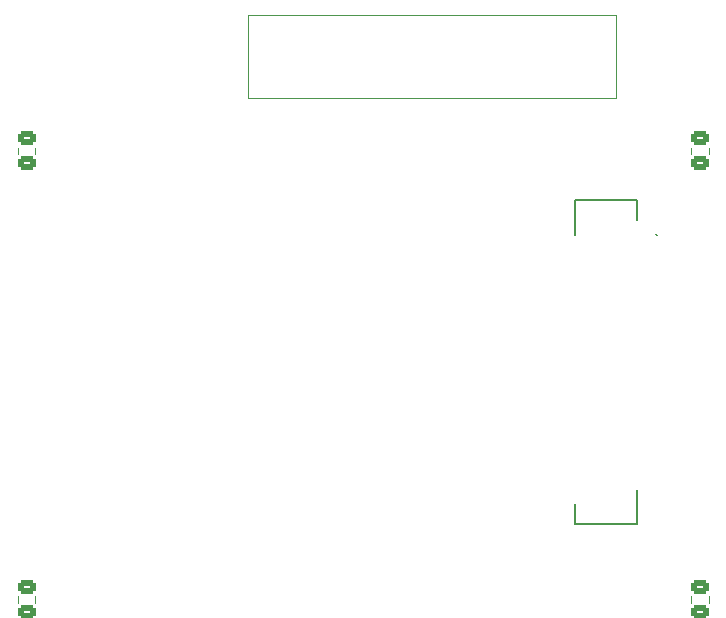
<source format=gto>
G04 #@! TF.GenerationSoftware,KiCad,Pcbnew,(6.0.11)*
G04 #@! TF.CreationDate,2024-01-03T02:28:53+00:00*
G04 #@! TF.ProjectId,Tait_TM8XXX_TNC_Adapter,54616974-5f54-44d3-9858-58585f544e43,rev?*
G04 #@! TF.SameCoordinates,Original*
G04 #@! TF.FileFunction,Legend,Top*
G04 #@! TF.FilePolarity,Positive*
%FSLAX46Y46*%
G04 Gerber Fmt 4.6, Leading zero omitted, Abs format (unit mm)*
G04 Created by KiCad (PCBNEW (6.0.11)) date 2024-01-03 02:28:53*
%MOMM*%
%LPD*%
G01*
G04 APERTURE LIST*
G04 Aperture macros list*
%AMRoundRect*
0 Rectangle with rounded corners*
0 $1 Rounding radius*
0 $2 $3 $4 $5 $6 $7 $8 $9 X,Y pos of 4 corners*
0 Add a 4 corners polygon primitive as box body*
4,1,4,$2,$3,$4,$5,$6,$7,$8,$9,$2,$3,0*
0 Add four circle primitives for the rounded corners*
1,1,$1+$1,$2,$3*
1,1,$1+$1,$4,$5*
1,1,$1+$1,$6,$7*
1,1,$1+$1,$8,$9*
0 Add four rect primitives between the rounded corners*
20,1,$1+$1,$2,$3,$4,$5,0*
20,1,$1+$1,$4,$5,$6,$7,0*
20,1,$1+$1,$6,$7,$8,$9,0*
20,1,$1+$1,$8,$9,$2,$3,0*%
G04 Aperture macros list end*
%ADD10C,0.120000*%
%ADD11C,0.200000*%
%ADD12C,0.100000*%
%ADD13C,1.400000*%
%ADD14C,5.000000*%
%ADD15C,1.100000*%
%ADD16C,6.400000*%
%ADD17RoundRect,0.250000X-0.475000X0.337500X-0.475000X-0.337500X0.475000X-0.337500X0.475000X0.337500X0*%
%ADD18RoundRect,0.250000X0.475000X-0.337500X0.475000X0.337500X-0.475000X0.337500X-0.475000X-0.337500X0*%
%ADD19C,1.300000*%
%ADD20R,3.000000X1.500000*%
G04 APERTURE END LIST*
D10*
X172616525Y-55206930D02*
X203806525Y-55206930D01*
X203806525Y-55206930D02*
X203806525Y-48156930D01*
X172616525Y-48156930D02*
X203806525Y-48156930D01*
X172616525Y-48156930D02*
X172616525Y-55206930D01*
X210141503Y-59386735D02*
X210141503Y-59909239D01*
X211611503Y-59386735D02*
X211611503Y-59909239D01*
X153141015Y-59386735D02*
X153141015Y-59909239D01*
X154611015Y-59386735D02*
X154611015Y-59909239D01*
X153141015Y-97908713D02*
X153141015Y-97386209D01*
X154611015Y-97908713D02*
X154611015Y-97386209D01*
X210141503Y-97908713D02*
X210141503Y-97386209D01*
X211611503Y-97908713D02*
X211611503Y-97386209D01*
D11*
X205527681Y-65559528D02*
X205527681Y-63859528D01*
X205527681Y-91259528D02*
X200327681Y-91259528D01*
D12*
X207127681Y-66764528D02*
X207127681Y-66764528D01*
D11*
X200327681Y-91259528D02*
X200327681Y-89559528D01*
X205527681Y-63859528D02*
X200327681Y-63859528D01*
X205527681Y-88354528D02*
X205527681Y-91259528D01*
D12*
X207227681Y-66759528D02*
X207227681Y-66759528D01*
D11*
X200327681Y-63859528D02*
X200327681Y-66759528D01*
D12*
X207127681Y-66764528D02*
G75*
G03*
X207227681Y-66759528I50000J2500D01*
G01*
X207227681Y-66759528D02*
G75*
G03*
X207127681Y-66764528I-50000J-2500D01*
G01*
%LPC*%
D13*
X180231525Y-51356930D03*
D14*
X175716525Y-51356930D03*
D13*
X196191525Y-51356930D03*
D14*
X200706525Y-51356930D03*
D15*
X193751525Y-50156930D03*
X190981525Y-50156930D03*
X188211525Y-50156930D03*
X185441525Y-50156930D03*
X182671525Y-50156930D03*
X192366525Y-50156930D03*
X189596525Y-50156930D03*
X186826525Y-50156930D03*
X184056525Y-50156930D03*
D16*
X210876503Y-53647987D03*
X153876015Y-103647461D03*
D17*
X210876503Y-58610487D03*
X210876503Y-60685487D03*
D16*
X210876503Y-103647461D03*
D17*
X153876015Y-58610487D03*
X153876015Y-60685487D03*
D18*
X153876015Y-98684961D03*
X153876015Y-96609961D03*
X210876503Y-98684961D03*
X210876503Y-96609961D03*
D16*
X153876015Y-53647987D03*
D19*
X203457681Y-65364528D03*
D20*
X205177681Y-66764528D03*
X200677681Y-68034528D03*
X205177681Y-69304528D03*
X200677681Y-70574528D03*
X205177681Y-71844528D03*
X200677681Y-73114528D03*
X205177681Y-74384528D03*
X200677681Y-75654528D03*
X205177681Y-76924528D03*
X200677681Y-78194528D03*
X205177681Y-79464528D03*
X200677681Y-80734528D03*
X205177681Y-82004528D03*
X200677681Y-83274528D03*
X205177681Y-84544528D03*
X200677681Y-85814528D03*
X205177681Y-87084528D03*
X200677681Y-88354528D03*
M02*

</source>
